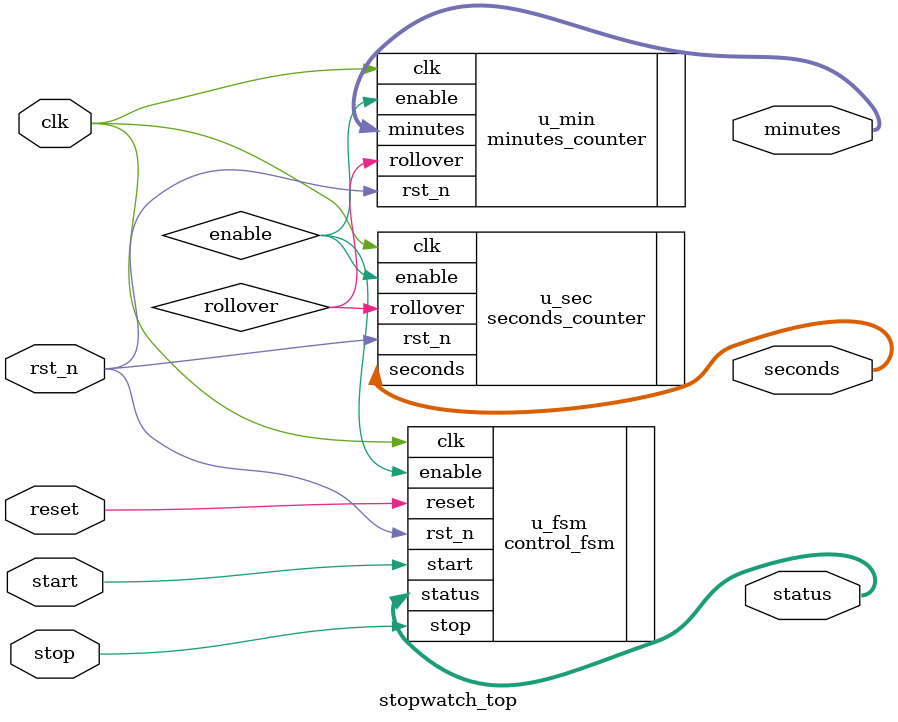
<source format=v>
module stopwatch_top(
    input wire clk,
    input wire rst_n,
    input wire start,
    input wire stop,
    input wire reset,
    output wire [7:0] minutes,
    output wire [5:0] seconds,
    output wire [1:0] status
);

    // Internal wires
    wire enable;
    wire rollover;

    // Control FSM
    control_fsm u_fsm (
        .clk(clk),
        .rst_n(rst_n),
        .start(start),
        .stop(stop),
        .reset(reset),
        .enable(enable),
        .status(status)
    );

    // Seconds Counter
    seconds_counter u_sec (
        .clk(clk),
        .rst_n(rst_n),
        .enable(enable),
        .seconds(seconds),
        .rollover(rollover)
    );

    // Minutes Counter
    minutes_counter u_min (
        .clk(clk),
        .rst_n(rst_n),
        .enable(enable),
        .rollover(rollover),
        .minutes(minutes)
    );

endmodule

</source>
